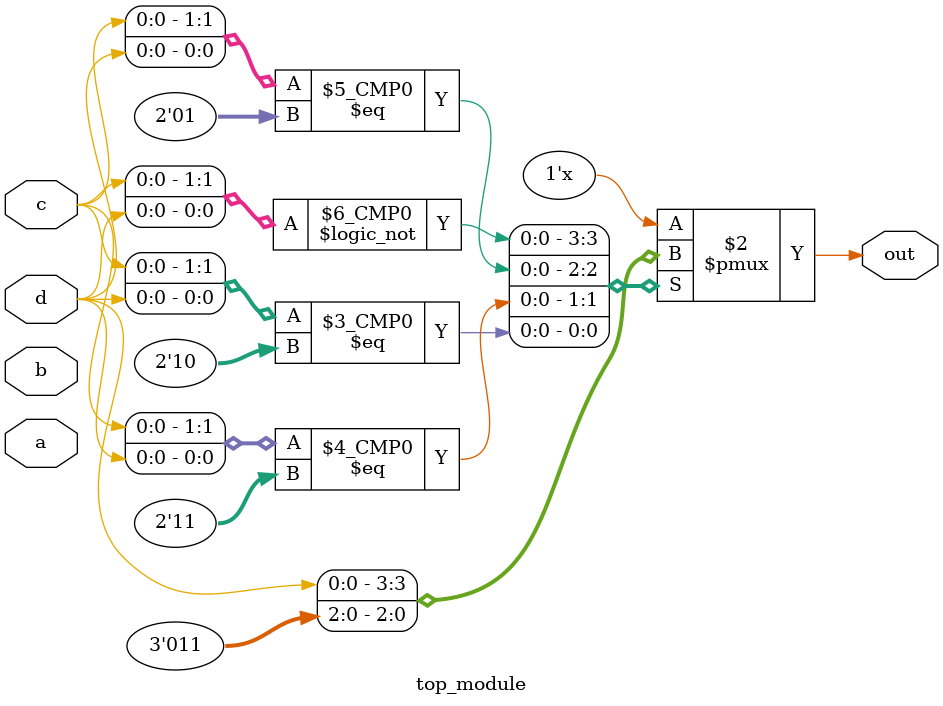
<source format=sv>
module top_module (
    input a,
    input b,
    input c,
    input d,
    output reg out
);
    
    always @(*) begin
        case({c, d})
            2'b00: out = d; // since d is a don't-care, we can output whatever value is convenient
            2'b01: out = 0;
            2'b11: out = 1;
            2'b10: out = 1;
        endcase
    end
    
endmodule

</source>
